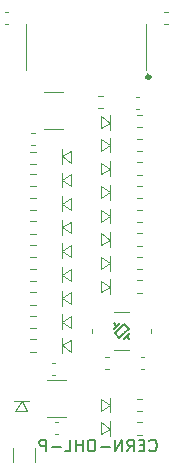
<source format=gbr>
%TF.GenerationSoftware,KiCad,Pcbnew,(6.0.8)*%
%TF.CreationDate,2022-12-17T22:06:37+01:00*%
%TF.ProjectId,Dact,44616374-2e6b-4696-9361-645f70636258,rev?*%
%TF.SameCoordinates,Original*%
%TF.FileFunction,Legend,Bot*%
%TF.FilePolarity,Positive*%
%FSLAX46Y46*%
G04 Gerber Fmt 4.6, Leading zero omitted, Abs format (unit mm)*
G04 Created by KiCad (PCBNEW (6.0.8)) date 2022-12-17 22:06:37*
%MOMM*%
%LPD*%
G01*
G04 APERTURE LIST*
%ADD10C,0.200000*%
%ADD11C,0.120000*%
%ADD12C,0.310000*%
G04 APERTURE END LIST*
D10*
X154977142Y-90667142D02*
X155024761Y-90714761D01*
X155167619Y-90762380D01*
X155262857Y-90762380D01*
X155405714Y-90714761D01*
X155500952Y-90619523D01*
X155548571Y-90524285D01*
X155596190Y-90333809D01*
X155596190Y-90190952D01*
X155548571Y-90000476D01*
X155500952Y-89905238D01*
X155405714Y-89810000D01*
X155262857Y-89762380D01*
X155167619Y-89762380D01*
X155024761Y-89810000D01*
X154977142Y-89857619D01*
X154548571Y-90238571D02*
X154215238Y-90238571D01*
X154072380Y-90762380D02*
X154548571Y-90762380D01*
X154548571Y-89762380D01*
X154072380Y-89762380D01*
X153072380Y-90762380D02*
X153405714Y-90286190D01*
X153643809Y-90762380D02*
X153643809Y-89762380D01*
X153262857Y-89762380D01*
X153167619Y-89810000D01*
X153120000Y-89857619D01*
X153072380Y-89952857D01*
X153072380Y-90095714D01*
X153120000Y-90190952D01*
X153167619Y-90238571D01*
X153262857Y-90286190D01*
X153643809Y-90286190D01*
X152643809Y-90762380D02*
X152643809Y-89762380D01*
X152072380Y-90762380D01*
X152072380Y-89762380D01*
X151596190Y-90381428D02*
X150834285Y-90381428D01*
X150167619Y-89762380D02*
X149977142Y-89762380D01*
X149881904Y-89810000D01*
X149786666Y-89905238D01*
X149739047Y-90095714D01*
X149739047Y-90429047D01*
X149786666Y-90619523D01*
X149881904Y-90714761D01*
X149977142Y-90762380D01*
X150167619Y-90762380D01*
X150262857Y-90714761D01*
X150358095Y-90619523D01*
X150405714Y-90429047D01*
X150405714Y-90095714D01*
X150358095Y-89905238D01*
X150262857Y-89810000D01*
X150167619Y-89762380D01*
X149310476Y-90762380D02*
X149310476Y-89762380D01*
X149310476Y-90238571D02*
X148739047Y-90238571D01*
X148739047Y-90762380D02*
X148739047Y-89762380D01*
X147786666Y-90762380D02*
X148262857Y-90762380D01*
X148262857Y-89762380D01*
X147453333Y-90381428D02*
X146691428Y-90381428D01*
X146215238Y-90762380D02*
X146215238Y-89762380D01*
X145834285Y-89762380D01*
X145739047Y-89810000D01*
X145691428Y-89857619D01*
X145643809Y-89952857D01*
X145643809Y-90095714D01*
X145691428Y-90190952D01*
X145739047Y-90238571D01*
X145834285Y-90286190D01*
X146215238Y-90286190D01*
D11*
%TO.C,F2*%
X145280000Y-90457936D02*
X145280000Y-91662064D01*
X143460000Y-90457936D02*
X143460000Y-91662064D01*
%TO.C,R7*%
X145357258Y-77287500D02*
X144882742Y-77287500D01*
X145357258Y-78332500D02*
X144882742Y-78332500D01*
%TO.C,R2*%
X145357258Y-68332500D02*
X144882742Y-68332500D01*
X145357258Y-67287500D02*
X144882742Y-67287500D01*
%TO.C,C4*%
X147010580Y-83300000D02*
X146729420Y-83300000D01*
X147010580Y-84320000D02*
X146729420Y-84320000D01*
%TO.C,R8*%
X145357258Y-80332500D02*
X144882742Y-80332500D01*
X145357258Y-79287500D02*
X144882742Y-79287500D01*
%TO.C,D20*%
X151670000Y-64207500D02*
X151670000Y-65457500D01*
X151670000Y-64832500D02*
X150870000Y-64310000D01*
X150870000Y-65310000D02*
X151670000Y-64832500D01*
X150870000Y-64310000D02*
X150870000Y-65310000D01*
%TO.C,U4*%
X154680000Y-56560000D02*
X154680000Y-54610000D01*
X144560000Y-56560000D02*
X144560000Y-58510000D01*
X154680000Y-56560000D02*
X154680000Y-58510000D01*
X144560000Y-56560000D02*
X144560000Y-54610000D01*
D12*
X155025000Y-59060000D02*
G75*
G03*
X155025000Y-59060000I-155000J0D01*
G01*
D11*
%TO.C,U3*%
X146870000Y-63445000D02*
X146070000Y-63445000D01*
X146870000Y-60325000D02*
X146070000Y-60325000D01*
X146870000Y-63445000D02*
X147670000Y-63445000D01*
X146870000Y-60325000D02*
X147670000Y-60325000D01*
%TO.C,D4*%
X148370000Y-71310000D02*
X147570000Y-71787500D01*
X147570000Y-71787500D02*
X148370000Y-72310000D01*
X148370000Y-72310000D02*
X148370000Y-71310000D01*
X147570000Y-72412500D02*
X147570000Y-71162500D01*
%TO.C,D9*%
X148370000Y-81310000D02*
X147570000Y-81787500D01*
X148370000Y-82310000D02*
X148370000Y-81310000D01*
X147570000Y-82412500D02*
X147570000Y-81162500D01*
X147570000Y-81787500D02*
X148370000Y-82310000D01*
%TO.C,D6*%
X148370000Y-75310000D02*
X147570000Y-75787500D01*
X147570000Y-76412500D02*
X147570000Y-75162500D01*
X148370000Y-76310000D02*
X148370000Y-75310000D01*
X147570000Y-75787500D02*
X148370000Y-76310000D01*
%TO.C,R14*%
X153882742Y-77332500D02*
X154357258Y-77332500D01*
X153882742Y-76287500D02*
X154357258Y-76287500D01*
%TO.C,D1*%
X151670000Y-86832500D02*
X150870000Y-86310000D01*
X150870000Y-86310000D02*
X150870000Y-87310000D01*
X150870000Y-87310000D02*
X151670000Y-86832500D01*
X151670000Y-86207500D02*
X151670000Y-87457500D01*
%TO.C,C5*%
X147260580Y-88300000D02*
X146979420Y-88300000D01*
X147260580Y-89320000D02*
X146979420Y-89320000D01*
%TO.C,R16*%
X153882742Y-73332500D02*
X154357258Y-73332500D01*
X153882742Y-72287500D02*
X154357258Y-72287500D01*
%TO.C,R15*%
X153882742Y-74287500D02*
X154357258Y-74287500D01*
X153882742Y-75332500D02*
X154357258Y-75332500D01*
%TO.C,C6*%
X144979420Y-63800000D02*
X145260580Y-63800000D01*
X144979420Y-64820000D02*
X145260580Y-64820000D01*
%TO.C,R1*%
X153882742Y-86287500D02*
X154357258Y-86287500D01*
X153882742Y-87332500D02*
X154357258Y-87332500D01*
%TO.C,D2*%
X147570000Y-68412500D02*
X147570000Y-67162500D01*
X148370000Y-68310000D02*
X148370000Y-67310000D01*
X148370000Y-67310000D02*
X147570000Y-67787500D01*
X147570000Y-67787500D02*
X148370000Y-68310000D01*
%TO.C,R17*%
X153882742Y-71332500D02*
X154357258Y-71332500D01*
X153882742Y-70287500D02*
X154357258Y-70287500D01*
%TO.C,R4*%
X145357258Y-71287500D02*
X144882742Y-71287500D01*
X145357258Y-72332500D02*
X144882742Y-72332500D01*
%TO.C,C10*%
X154110580Y-61770000D02*
X153829420Y-61770000D01*
X154110580Y-60750000D02*
X153829420Y-60750000D01*
%TO.C,D18*%
X150870000Y-69310000D02*
X151670000Y-68832500D01*
X151670000Y-68832500D02*
X150870000Y-68310000D01*
X150870000Y-68310000D02*
X150870000Y-69310000D01*
X151670000Y-68207500D02*
X151670000Y-69457500D01*
%TO.C,R28*%
X151082258Y-61707500D02*
X150607742Y-61707500D01*
X151082258Y-60662500D02*
X150607742Y-60662500D01*
%TO.C,C2*%
X151510580Y-82800000D02*
X151229420Y-82800000D01*
X151510580Y-83820000D02*
X151229420Y-83820000D01*
%TO.C,D7*%
X148370000Y-78310000D02*
X148370000Y-77310000D01*
X147570000Y-77787500D02*
X148370000Y-78310000D01*
X148370000Y-77310000D02*
X147570000Y-77787500D01*
X147570000Y-78412500D02*
X147570000Y-77162500D01*
%TO.C,D22*%
X147570000Y-65787500D02*
X148370000Y-66310000D01*
X148370000Y-66310000D02*
X148370000Y-65310000D01*
X147570000Y-66412500D02*
X147570000Y-65162500D01*
X148370000Y-65310000D02*
X147570000Y-65787500D01*
%TO.C,R5*%
X145357258Y-73287500D02*
X144882742Y-73287500D01*
X145357258Y-74332500D02*
X144882742Y-74332500D01*
%TO.C,D23*%
X144620000Y-87310000D02*
X144142500Y-86510000D01*
X143517500Y-86510000D02*
X144767500Y-86510000D01*
X143620000Y-87310000D02*
X144620000Y-87310000D01*
X144142500Y-86510000D02*
X143620000Y-87310000D01*
%TO.C,R9*%
X145357258Y-82332500D02*
X144882742Y-82332500D01*
X145357258Y-81287500D02*
X144882742Y-81287500D01*
%TO.C,D14*%
X150870000Y-76310000D02*
X150870000Y-77310000D01*
X150870000Y-77310000D02*
X151670000Y-76832500D01*
X151670000Y-76832500D02*
X150870000Y-76310000D01*
X151670000Y-76207500D02*
X151670000Y-77457500D01*
%TO.C,R19*%
X153882742Y-67332500D02*
X154357258Y-67332500D01*
X153882742Y-66287500D02*
X154357258Y-66287500D01*
%TO.C,R22*%
X145357258Y-65412500D02*
X144882742Y-65412500D01*
X145357258Y-66457500D02*
X144882742Y-66457500D01*
%TO.C,R21*%
X153882742Y-63332500D02*
X154357258Y-63332500D01*
X153882742Y-62287500D02*
X154357258Y-62287500D01*
%TO.C,D16*%
X151670000Y-72207500D02*
X151670000Y-73457500D01*
X150870000Y-73310000D02*
X151670000Y-72832500D01*
X151670000Y-72832500D02*
X150870000Y-72310000D01*
X150870000Y-72310000D02*
X150870000Y-73310000D01*
%TO.C,C3*%
X154510580Y-82800000D02*
X154229420Y-82800000D01*
X154510580Y-83820000D02*
X154229420Y-83820000D01*
%TO.C,R18*%
X153882742Y-68287500D02*
X154357258Y-68287500D01*
X153882742Y-69332500D02*
X154357258Y-69332500D01*
%TO.C,D19*%
X150870000Y-67310000D02*
X151670000Y-66832500D01*
X150870000Y-66310000D02*
X150870000Y-67310000D01*
X151670000Y-66832500D02*
X150870000Y-66310000D01*
X151670000Y-66207500D02*
X151670000Y-67457500D01*
%TO.C,R10*%
X153882742Y-88290000D02*
X154357258Y-88290000D01*
X153882742Y-89335000D02*
X154357258Y-89335000D01*
%TO.C,D21*%
X151670000Y-62932500D02*
X150870000Y-62410000D01*
X150870000Y-62410000D02*
X150870000Y-63410000D01*
X151670000Y-62307500D02*
X151670000Y-63557500D01*
X150870000Y-63410000D02*
X151670000Y-62932500D01*
%TO.C,R3*%
X145357258Y-70332500D02*
X144882742Y-70332500D01*
X145357258Y-69287500D02*
X144882742Y-69287500D01*
%TO.C,D15*%
X151670000Y-74207500D02*
X151670000Y-75457500D01*
X150870000Y-75310000D02*
X151670000Y-74832500D01*
X151670000Y-74832500D02*
X150870000Y-74310000D01*
X150870000Y-74310000D02*
X150870000Y-75310000D01*
%TO.C,D8*%
X147570000Y-80412500D02*
X147570000Y-79162500D01*
X147570000Y-79787500D02*
X148370000Y-80310000D01*
X148370000Y-79310000D02*
X147570000Y-79787500D01*
X148370000Y-80310000D02*
X148370000Y-79310000D01*
%TO.C,D17*%
X150870000Y-70310000D02*
X150870000Y-71310000D01*
X151670000Y-70832500D02*
X150870000Y-70310000D01*
X151670000Y-70207500D02*
X151670000Y-71457500D01*
X150870000Y-71310000D02*
X151670000Y-70832500D01*
%TO.C,D5*%
X148370000Y-74310000D02*
X148370000Y-73310000D01*
X148370000Y-73310000D02*
X147570000Y-73787500D01*
X147570000Y-74412500D02*
X147570000Y-73162500D01*
X147570000Y-73787500D02*
X148370000Y-74310000D01*
%TO.C,U2*%
X147120000Y-87870000D02*
X146320000Y-87870000D01*
X147120000Y-84750000D02*
X146320000Y-84750000D01*
X147120000Y-84750000D02*
X147920000Y-84750000D01*
X147120000Y-87870000D02*
X147920000Y-87870000D01*
%TO.C,R6*%
X145357258Y-75287500D02*
X144882742Y-75287500D01*
X145357258Y-76332500D02*
X144882742Y-76332500D01*
%TO.C,C11*%
X156510580Y-53550000D02*
X156229420Y-53550000D01*
X156510580Y-54570000D02*
X156229420Y-54570000D01*
%TO.C,D3*%
X148370000Y-69310000D02*
X147570000Y-69787500D01*
X147570000Y-69787500D02*
X148370000Y-70310000D01*
X148370000Y-70310000D02*
X148370000Y-69310000D01*
X147570000Y-70412500D02*
X147570000Y-69162500D01*
%TO.C,D10*%
X150870000Y-88312500D02*
X150870000Y-89312500D01*
X150870000Y-89312500D02*
X151670000Y-88835000D01*
X151670000Y-88835000D02*
X150870000Y-88312500D01*
X151670000Y-88210000D02*
X151670000Y-89460000D01*
D10*
%TO.C,Y1*%
X152445000Y-79885000D02*
X152195000Y-80135000D01*
X152820000Y-80760000D02*
X152420000Y-81160000D01*
D11*
X153270000Y-82160000D02*
X151970000Y-82160000D01*
D10*
X152820000Y-79960000D02*
X153220000Y-80360000D01*
X152170000Y-80110000D02*
X151970000Y-79910000D01*
X152420000Y-80360000D02*
X152020000Y-80760000D01*
X153045000Y-80985000D02*
X152795000Y-81235000D01*
X152420000Y-81160000D02*
X152020000Y-80760000D01*
X152820000Y-80760000D02*
X153220000Y-80360000D01*
X152420000Y-80360000D02*
X152820000Y-79960000D01*
D11*
X153270000Y-78960000D02*
X151970000Y-78960000D01*
D10*
X153295000Y-80735000D02*
X153045000Y-80985000D01*
D11*
X155120000Y-80735000D02*
X155120000Y-80385000D01*
D10*
X153070000Y-81010000D02*
X153270000Y-81210000D01*
X152195000Y-80135000D02*
X151945000Y-80385000D01*
D11*
X150120000Y-80735000D02*
X150120000Y-80385000D01*
%TO.C,R20*%
X153882742Y-65332500D02*
X154357258Y-65332500D01*
X153882742Y-64287500D02*
X154357258Y-64287500D01*
%TO.C,C13*%
X143010580Y-54570000D02*
X142729420Y-54570000D01*
X143010580Y-53550000D02*
X142729420Y-53550000D01*
%TD*%
M02*

</source>
